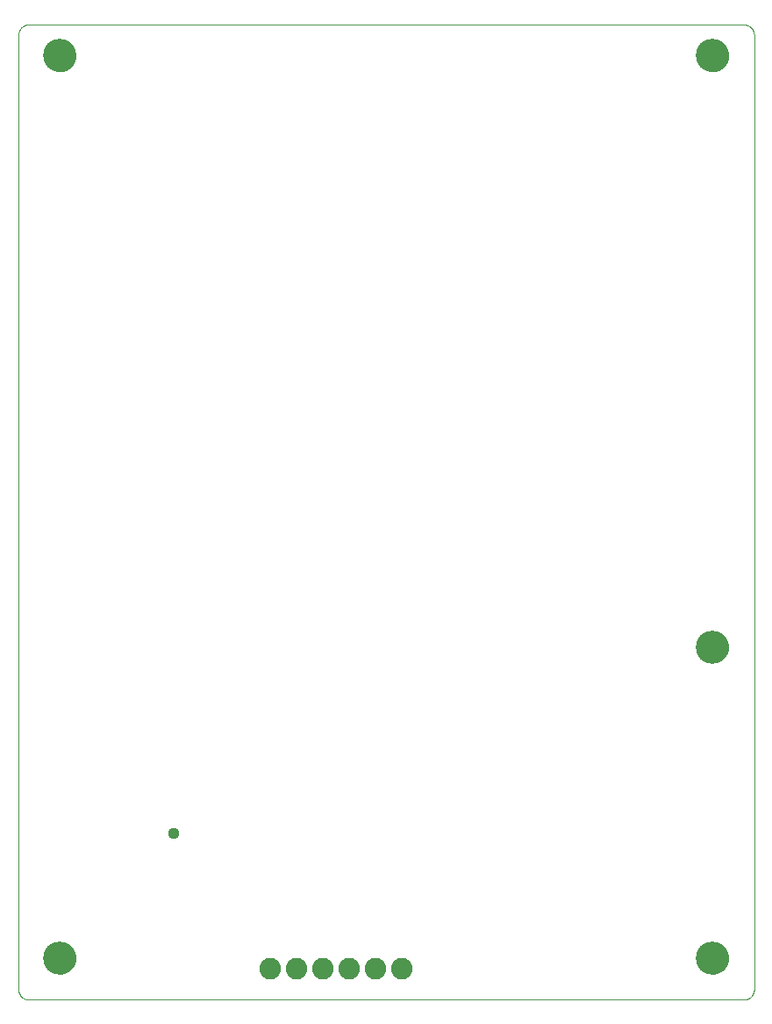
<source format=gts>
G75*
%MOIN*%
%OFA0B0*%
%FSLAX25Y25*%
%IPPOS*%
%LPD*%
%AMOC8*
5,1,8,0,0,1.08239X$1,22.5*
%
%ADD10C,0.00000*%
%ADD11C,0.08200*%
%ADD12C,0.12611*%
%ADD13C,0.04369*%
D10*
X0005437Y0002252D02*
X0277091Y0002252D01*
X0277215Y0002254D01*
X0277338Y0002260D01*
X0277462Y0002269D01*
X0277584Y0002283D01*
X0277707Y0002300D01*
X0277829Y0002322D01*
X0277950Y0002347D01*
X0278070Y0002376D01*
X0278189Y0002408D01*
X0278308Y0002445D01*
X0278425Y0002485D01*
X0278540Y0002528D01*
X0278655Y0002576D01*
X0278767Y0002627D01*
X0278878Y0002681D01*
X0278988Y0002739D01*
X0279095Y0002800D01*
X0279201Y0002865D01*
X0279304Y0002933D01*
X0279405Y0003004D01*
X0279504Y0003078D01*
X0279601Y0003155D01*
X0279695Y0003236D01*
X0279786Y0003319D01*
X0279875Y0003405D01*
X0279961Y0003494D01*
X0280044Y0003585D01*
X0280125Y0003679D01*
X0280202Y0003776D01*
X0280276Y0003875D01*
X0280347Y0003976D01*
X0280415Y0004079D01*
X0280480Y0004185D01*
X0280541Y0004292D01*
X0280599Y0004402D01*
X0280653Y0004513D01*
X0280704Y0004625D01*
X0280752Y0004740D01*
X0280795Y0004855D01*
X0280835Y0004972D01*
X0280872Y0005091D01*
X0280904Y0005210D01*
X0280933Y0005330D01*
X0280958Y0005451D01*
X0280980Y0005573D01*
X0280997Y0005696D01*
X0281011Y0005818D01*
X0281020Y0005942D01*
X0281026Y0006065D01*
X0281028Y0006189D01*
X0281028Y0368394D01*
X0281026Y0368518D01*
X0281020Y0368641D01*
X0281011Y0368765D01*
X0280997Y0368887D01*
X0280980Y0369010D01*
X0280958Y0369132D01*
X0280933Y0369253D01*
X0280904Y0369373D01*
X0280872Y0369492D01*
X0280835Y0369611D01*
X0280795Y0369728D01*
X0280752Y0369843D01*
X0280704Y0369958D01*
X0280653Y0370070D01*
X0280599Y0370181D01*
X0280541Y0370291D01*
X0280480Y0370398D01*
X0280415Y0370504D01*
X0280347Y0370607D01*
X0280276Y0370708D01*
X0280202Y0370807D01*
X0280125Y0370904D01*
X0280044Y0370998D01*
X0279961Y0371089D01*
X0279875Y0371178D01*
X0279786Y0371264D01*
X0279695Y0371347D01*
X0279601Y0371428D01*
X0279504Y0371505D01*
X0279405Y0371579D01*
X0279304Y0371650D01*
X0279201Y0371718D01*
X0279095Y0371783D01*
X0278988Y0371844D01*
X0278878Y0371902D01*
X0278767Y0371956D01*
X0278655Y0372007D01*
X0278540Y0372055D01*
X0278425Y0372098D01*
X0278308Y0372138D01*
X0278189Y0372175D01*
X0278070Y0372207D01*
X0277950Y0372236D01*
X0277829Y0372261D01*
X0277707Y0372283D01*
X0277584Y0372300D01*
X0277462Y0372314D01*
X0277338Y0372323D01*
X0277215Y0372329D01*
X0277091Y0372331D01*
X0005437Y0372331D01*
X0005313Y0372329D01*
X0005190Y0372323D01*
X0005066Y0372314D01*
X0004944Y0372300D01*
X0004821Y0372283D01*
X0004699Y0372261D01*
X0004578Y0372236D01*
X0004458Y0372207D01*
X0004339Y0372175D01*
X0004220Y0372138D01*
X0004103Y0372098D01*
X0003988Y0372055D01*
X0003873Y0372007D01*
X0003761Y0371956D01*
X0003650Y0371902D01*
X0003540Y0371844D01*
X0003433Y0371783D01*
X0003327Y0371718D01*
X0003224Y0371650D01*
X0003123Y0371579D01*
X0003024Y0371505D01*
X0002927Y0371428D01*
X0002833Y0371347D01*
X0002742Y0371264D01*
X0002653Y0371178D01*
X0002567Y0371089D01*
X0002484Y0370998D01*
X0002403Y0370904D01*
X0002326Y0370807D01*
X0002252Y0370708D01*
X0002181Y0370607D01*
X0002113Y0370504D01*
X0002048Y0370398D01*
X0001987Y0370291D01*
X0001929Y0370181D01*
X0001875Y0370070D01*
X0001824Y0369958D01*
X0001776Y0369843D01*
X0001733Y0369728D01*
X0001693Y0369611D01*
X0001656Y0369492D01*
X0001624Y0369373D01*
X0001595Y0369253D01*
X0001570Y0369132D01*
X0001548Y0369010D01*
X0001531Y0368887D01*
X0001517Y0368765D01*
X0001508Y0368641D01*
X0001502Y0368518D01*
X0001500Y0368394D01*
X0001500Y0006189D01*
X0001502Y0006065D01*
X0001508Y0005942D01*
X0001517Y0005818D01*
X0001531Y0005696D01*
X0001548Y0005573D01*
X0001570Y0005451D01*
X0001595Y0005330D01*
X0001624Y0005210D01*
X0001656Y0005091D01*
X0001693Y0004972D01*
X0001733Y0004855D01*
X0001776Y0004740D01*
X0001824Y0004625D01*
X0001875Y0004513D01*
X0001929Y0004402D01*
X0001987Y0004292D01*
X0002048Y0004185D01*
X0002113Y0004079D01*
X0002181Y0003976D01*
X0002252Y0003875D01*
X0002326Y0003776D01*
X0002403Y0003679D01*
X0002484Y0003585D01*
X0002567Y0003494D01*
X0002653Y0003405D01*
X0002742Y0003319D01*
X0002833Y0003236D01*
X0002927Y0003155D01*
X0003024Y0003078D01*
X0003123Y0003004D01*
X0003224Y0002933D01*
X0003327Y0002865D01*
X0003433Y0002800D01*
X0003540Y0002739D01*
X0003650Y0002681D01*
X0003761Y0002627D01*
X0003873Y0002576D01*
X0003988Y0002528D01*
X0004103Y0002485D01*
X0004220Y0002445D01*
X0004339Y0002408D01*
X0004458Y0002376D01*
X0004578Y0002347D01*
X0004699Y0002322D01*
X0004821Y0002300D01*
X0004944Y0002283D01*
X0005066Y0002269D01*
X0005190Y0002260D01*
X0005313Y0002254D01*
X0005437Y0002252D01*
X0011342Y0018000D02*
X0011344Y0018153D01*
X0011350Y0018307D01*
X0011360Y0018460D01*
X0011374Y0018612D01*
X0011392Y0018765D01*
X0011414Y0018916D01*
X0011439Y0019067D01*
X0011469Y0019218D01*
X0011503Y0019368D01*
X0011540Y0019516D01*
X0011581Y0019664D01*
X0011626Y0019810D01*
X0011675Y0019956D01*
X0011728Y0020100D01*
X0011784Y0020242D01*
X0011844Y0020383D01*
X0011908Y0020523D01*
X0011975Y0020661D01*
X0012046Y0020797D01*
X0012121Y0020931D01*
X0012198Y0021063D01*
X0012280Y0021193D01*
X0012364Y0021321D01*
X0012452Y0021447D01*
X0012543Y0021570D01*
X0012637Y0021691D01*
X0012735Y0021809D01*
X0012835Y0021925D01*
X0012939Y0022038D01*
X0013045Y0022149D01*
X0013154Y0022257D01*
X0013266Y0022362D01*
X0013380Y0022463D01*
X0013498Y0022562D01*
X0013617Y0022658D01*
X0013739Y0022751D01*
X0013864Y0022840D01*
X0013991Y0022927D01*
X0014120Y0023009D01*
X0014251Y0023089D01*
X0014384Y0023165D01*
X0014519Y0023238D01*
X0014656Y0023307D01*
X0014795Y0023372D01*
X0014935Y0023434D01*
X0015077Y0023492D01*
X0015220Y0023547D01*
X0015365Y0023598D01*
X0015511Y0023645D01*
X0015658Y0023688D01*
X0015806Y0023727D01*
X0015955Y0023763D01*
X0016105Y0023794D01*
X0016256Y0023822D01*
X0016407Y0023846D01*
X0016560Y0023866D01*
X0016712Y0023882D01*
X0016865Y0023894D01*
X0017018Y0023902D01*
X0017171Y0023906D01*
X0017325Y0023906D01*
X0017478Y0023902D01*
X0017631Y0023894D01*
X0017784Y0023882D01*
X0017936Y0023866D01*
X0018089Y0023846D01*
X0018240Y0023822D01*
X0018391Y0023794D01*
X0018541Y0023763D01*
X0018690Y0023727D01*
X0018838Y0023688D01*
X0018985Y0023645D01*
X0019131Y0023598D01*
X0019276Y0023547D01*
X0019419Y0023492D01*
X0019561Y0023434D01*
X0019701Y0023372D01*
X0019840Y0023307D01*
X0019977Y0023238D01*
X0020112Y0023165D01*
X0020245Y0023089D01*
X0020376Y0023009D01*
X0020505Y0022927D01*
X0020632Y0022840D01*
X0020757Y0022751D01*
X0020879Y0022658D01*
X0020998Y0022562D01*
X0021116Y0022463D01*
X0021230Y0022362D01*
X0021342Y0022257D01*
X0021451Y0022149D01*
X0021557Y0022038D01*
X0021661Y0021925D01*
X0021761Y0021809D01*
X0021859Y0021691D01*
X0021953Y0021570D01*
X0022044Y0021447D01*
X0022132Y0021321D01*
X0022216Y0021193D01*
X0022298Y0021063D01*
X0022375Y0020931D01*
X0022450Y0020797D01*
X0022521Y0020661D01*
X0022588Y0020523D01*
X0022652Y0020383D01*
X0022712Y0020242D01*
X0022768Y0020100D01*
X0022821Y0019956D01*
X0022870Y0019810D01*
X0022915Y0019664D01*
X0022956Y0019516D01*
X0022993Y0019368D01*
X0023027Y0019218D01*
X0023057Y0019067D01*
X0023082Y0018916D01*
X0023104Y0018765D01*
X0023122Y0018612D01*
X0023136Y0018460D01*
X0023146Y0018307D01*
X0023152Y0018153D01*
X0023154Y0018000D01*
X0023152Y0017847D01*
X0023146Y0017693D01*
X0023136Y0017540D01*
X0023122Y0017388D01*
X0023104Y0017235D01*
X0023082Y0017084D01*
X0023057Y0016933D01*
X0023027Y0016782D01*
X0022993Y0016632D01*
X0022956Y0016484D01*
X0022915Y0016336D01*
X0022870Y0016190D01*
X0022821Y0016044D01*
X0022768Y0015900D01*
X0022712Y0015758D01*
X0022652Y0015617D01*
X0022588Y0015477D01*
X0022521Y0015339D01*
X0022450Y0015203D01*
X0022375Y0015069D01*
X0022298Y0014937D01*
X0022216Y0014807D01*
X0022132Y0014679D01*
X0022044Y0014553D01*
X0021953Y0014430D01*
X0021859Y0014309D01*
X0021761Y0014191D01*
X0021661Y0014075D01*
X0021557Y0013962D01*
X0021451Y0013851D01*
X0021342Y0013743D01*
X0021230Y0013638D01*
X0021116Y0013537D01*
X0020998Y0013438D01*
X0020879Y0013342D01*
X0020757Y0013249D01*
X0020632Y0013160D01*
X0020505Y0013073D01*
X0020376Y0012991D01*
X0020245Y0012911D01*
X0020112Y0012835D01*
X0019977Y0012762D01*
X0019840Y0012693D01*
X0019701Y0012628D01*
X0019561Y0012566D01*
X0019419Y0012508D01*
X0019276Y0012453D01*
X0019131Y0012402D01*
X0018985Y0012355D01*
X0018838Y0012312D01*
X0018690Y0012273D01*
X0018541Y0012237D01*
X0018391Y0012206D01*
X0018240Y0012178D01*
X0018089Y0012154D01*
X0017936Y0012134D01*
X0017784Y0012118D01*
X0017631Y0012106D01*
X0017478Y0012098D01*
X0017325Y0012094D01*
X0017171Y0012094D01*
X0017018Y0012098D01*
X0016865Y0012106D01*
X0016712Y0012118D01*
X0016560Y0012134D01*
X0016407Y0012154D01*
X0016256Y0012178D01*
X0016105Y0012206D01*
X0015955Y0012237D01*
X0015806Y0012273D01*
X0015658Y0012312D01*
X0015511Y0012355D01*
X0015365Y0012402D01*
X0015220Y0012453D01*
X0015077Y0012508D01*
X0014935Y0012566D01*
X0014795Y0012628D01*
X0014656Y0012693D01*
X0014519Y0012762D01*
X0014384Y0012835D01*
X0014251Y0012911D01*
X0014120Y0012991D01*
X0013991Y0013073D01*
X0013864Y0013160D01*
X0013739Y0013249D01*
X0013617Y0013342D01*
X0013498Y0013438D01*
X0013380Y0013537D01*
X0013266Y0013638D01*
X0013154Y0013743D01*
X0013045Y0013851D01*
X0012939Y0013962D01*
X0012835Y0014075D01*
X0012735Y0014191D01*
X0012637Y0014309D01*
X0012543Y0014430D01*
X0012452Y0014553D01*
X0012364Y0014679D01*
X0012280Y0014807D01*
X0012198Y0014937D01*
X0012121Y0015069D01*
X0012046Y0015203D01*
X0011975Y0015339D01*
X0011908Y0015477D01*
X0011844Y0015617D01*
X0011784Y0015758D01*
X0011728Y0015900D01*
X0011675Y0016044D01*
X0011626Y0016190D01*
X0011581Y0016336D01*
X0011540Y0016484D01*
X0011503Y0016632D01*
X0011469Y0016782D01*
X0011439Y0016933D01*
X0011414Y0017084D01*
X0011392Y0017235D01*
X0011374Y0017388D01*
X0011360Y0017540D01*
X0011350Y0017693D01*
X0011344Y0017847D01*
X0011342Y0018000D01*
X0259374Y0018000D02*
X0259376Y0018153D01*
X0259382Y0018307D01*
X0259392Y0018460D01*
X0259406Y0018612D01*
X0259424Y0018765D01*
X0259446Y0018916D01*
X0259471Y0019067D01*
X0259501Y0019218D01*
X0259535Y0019368D01*
X0259572Y0019516D01*
X0259613Y0019664D01*
X0259658Y0019810D01*
X0259707Y0019956D01*
X0259760Y0020100D01*
X0259816Y0020242D01*
X0259876Y0020383D01*
X0259940Y0020523D01*
X0260007Y0020661D01*
X0260078Y0020797D01*
X0260153Y0020931D01*
X0260230Y0021063D01*
X0260312Y0021193D01*
X0260396Y0021321D01*
X0260484Y0021447D01*
X0260575Y0021570D01*
X0260669Y0021691D01*
X0260767Y0021809D01*
X0260867Y0021925D01*
X0260971Y0022038D01*
X0261077Y0022149D01*
X0261186Y0022257D01*
X0261298Y0022362D01*
X0261412Y0022463D01*
X0261530Y0022562D01*
X0261649Y0022658D01*
X0261771Y0022751D01*
X0261896Y0022840D01*
X0262023Y0022927D01*
X0262152Y0023009D01*
X0262283Y0023089D01*
X0262416Y0023165D01*
X0262551Y0023238D01*
X0262688Y0023307D01*
X0262827Y0023372D01*
X0262967Y0023434D01*
X0263109Y0023492D01*
X0263252Y0023547D01*
X0263397Y0023598D01*
X0263543Y0023645D01*
X0263690Y0023688D01*
X0263838Y0023727D01*
X0263987Y0023763D01*
X0264137Y0023794D01*
X0264288Y0023822D01*
X0264439Y0023846D01*
X0264592Y0023866D01*
X0264744Y0023882D01*
X0264897Y0023894D01*
X0265050Y0023902D01*
X0265203Y0023906D01*
X0265357Y0023906D01*
X0265510Y0023902D01*
X0265663Y0023894D01*
X0265816Y0023882D01*
X0265968Y0023866D01*
X0266121Y0023846D01*
X0266272Y0023822D01*
X0266423Y0023794D01*
X0266573Y0023763D01*
X0266722Y0023727D01*
X0266870Y0023688D01*
X0267017Y0023645D01*
X0267163Y0023598D01*
X0267308Y0023547D01*
X0267451Y0023492D01*
X0267593Y0023434D01*
X0267733Y0023372D01*
X0267872Y0023307D01*
X0268009Y0023238D01*
X0268144Y0023165D01*
X0268277Y0023089D01*
X0268408Y0023009D01*
X0268537Y0022927D01*
X0268664Y0022840D01*
X0268789Y0022751D01*
X0268911Y0022658D01*
X0269030Y0022562D01*
X0269148Y0022463D01*
X0269262Y0022362D01*
X0269374Y0022257D01*
X0269483Y0022149D01*
X0269589Y0022038D01*
X0269693Y0021925D01*
X0269793Y0021809D01*
X0269891Y0021691D01*
X0269985Y0021570D01*
X0270076Y0021447D01*
X0270164Y0021321D01*
X0270248Y0021193D01*
X0270330Y0021063D01*
X0270407Y0020931D01*
X0270482Y0020797D01*
X0270553Y0020661D01*
X0270620Y0020523D01*
X0270684Y0020383D01*
X0270744Y0020242D01*
X0270800Y0020100D01*
X0270853Y0019956D01*
X0270902Y0019810D01*
X0270947Y0019664D01*
X0270988Y0019516D01*
X0271025Y0019368D01*
X0271059Y0019218D01*
X0271089Y0019067D01*
X0271114Y0018916D01*
X0271136Y0018765D01*
X0271154Y0018612D01*
X0271168Y0018460D01*
X0271178Y0018307D01*
X0271184Y0018153D01*
X0271186Y0018000D01*
X0271184Y0017847D01*
X0271178Y0017693D01*
X0271168Y0017540D01*
X0271154Y0017388D01*
X0271136Y0017235D01*
X0271114Y0017084D01*
X0271089Y0016933D01*
X0271059Y0016782D01*
X0271025Y0016632D01*
X0270988Y0016484D01*
X0270947Y0016336D01*
X0270902Y0016190D01*
X0270853Y0016044D01*
X0270800Y0015900D01*
X0270744Y0015758D01*
X0270684Y0015617D01*
X0270620Y0015477D01*
X0270553Y0015339D01*
X0270482Y0015203D01*
X0270407Y0015069D01*
X0270330Y0014937D01*
X0270248Y0014807D01*
X0270164Y0014679D01*
X0270076Y0014553D01*
X0269985Y0014430D01*
X0269891Y0014309D01*
X0269793Y0014191D01*
X0269693Y0014075D01*
X0269589Y0013962D01*
X0269483Y0013851D01*
X0269374Y0013743D01*
X0269262Y0013638D01*
X0269148Y0013537D01*
X0269030Y0013438D01*
X0268911Y0013342D01*
X0268789Y0013249D01*
X0268664Y0013160D01*
X0268537Y0013073D01*
X0268408Y0012991D01*
X0268277Y0012911D01*
X0268144Y0012835D01*
X0268009Y0012762D01*
X0267872Y0012693D01*
X0267733Y0012628D01*
X0267593Y0012566D01*
X0267451Y0012508D01*
X0267308Y0012453D01*
X0267163Y0012402D01*
X0267017Y0012355D01*
X0266870Y0012312D01*
X0266722Y0012273D01*
X0266573Y0012237D01*
X0266423Y0012206D01*
X0266272Y0012178D01*
X0266121Y0012154D01*
X0265968Y0012134D01*
X0265816Y0012118D01*
X0265663Y0012106D01*
X0265510Y0012098D01*
X0265357Y0012094D01*
X0265203Y0012094D01*
X0265050Y0012098D01*
X0264897Y0012106D01*
X0264744Y0012118D01*
X0264592Y0012134D01*
X0264439Y0012154D01*
X0264288Y0012178D01*
X0264137Y0012206D01*
X0263987Y0012237D01*
X0263838Y0012273D01*
X0263690Y0012312D01*
X0263543Y0012355D01*
X0263397Y0012402D01*
X0263252Y0012453D01*
X0263109Y0012508D01*
X0262967Y0012566D01*
X0262827Y0012628D01*
X0262688Y0012693D01*
X0262551Y0012762D01*
X0262416Y0012835D01*
X0262283Y0012911D01*
X0262152Y0012991D01*
X0262023Y0013073D01*
X0261896Y0013160D01*
X0261771Y0013249D01*
X0261649Y0013342D01*
X0261530Y0013438D01*
X0261412Y0013537D01*
X0261298Y0013638D01*
X0261186Y0013743D01*
X0261077Y0013851D01*
X0260971Y0013962D01*
X0260867Y0014075D01*
X0260767Y0014191D01*
X0260669Y0014309D01*
X0260575Y0014430D01*
X0260484Y0014553D01*
X0260396Y0014679D01*
X0260312Y0014807D01*
X0260230Y0014937D01*
X0260153Y0015069D01*
X0260078Y0015203D01*
X0260007Y0015339D01*
X0259940Y0015477D01*
X0259876Y0015617D01*
X0259816Y0015758D01*
X0259760Y0015900D01*
X0259707Y0016044D01*
X0259658Y0016190D01*
X0259613Y0016336D01*
X0259572Y0016484D01*
X0259535Y0016632D01*
X0259501Y0016782D01*
X0259471Y0016933D01*
X0259446Y0017084D01*
X0259424Y0017235D01*
X0259406Y0017388D01*
X0259392Y0017540D01*
X0259382Y0017693D01*
X0259376Y0017847D01*
X0259374Y0018000D01*
X0259374Y0136110D02*
X0259376Y0136263D01*
X0259382Y0136417D01*
X0259392Y0136570D01*
X0259406Y0136722D01*
X0259424Y0136875D01*
X0259446Y0137026D01*
X0259471Y0137177D01*
X0259501Y0137328D01*
X0259535Y0137478D01*
X0259572Y0137626D01*
X0259613Y0137774D01*
X0259658Y0137920D01*
X0259707Y0138066D01*
X0259760Y0138210D01*
X0259816Y0138352D01*
X0259876Y0138493D01*
X0259940Y0138633D01*
X0260007Y0138771D01*
X0260078Y0138907D01*
X0260153Y0139041D01*
X0260230Y0139173D01*
X0260312Y0139303D01*
X0260396Y0139431D01*
X0260484Y0139557D01*
X0260575Y0139680D01*
X0260669Y0139801D01*
X0260767Y0139919D01*
X0260867Y0140035D01*
X0260971Y0140148D01*
X0261077Y0140259D01*
X0261186Y0140367D01*
X0261298Y0140472D01*
X0261412Y0140573D01*
X0261530Y0140672D01*
X0261649Y0140768D01*
X0261771Y0140861D01*
X0261896Y0140950D01*
X0262023Y0141037D01*
X0262152Y0141119D01*
X0262283Y0141199D01*
X0262416Y0141275D01*
X0262551Y0141348D01*
X0262688Y0141417D01*
X0262827Y0141482D01*
X0262967Y0141544D01*
X0263109Y0141602D01*
X0263252Y0141657D01*
X0263397Y0141708D01*
X0263543Y0141755D01*
X0263690Y0141798D01*
X0263838Y0141837D01*
X0263987Y0141873D01*
X0264137Y0141904D01*
X0264288Y0141932D01*
X0264439Y0141956D01*
X0264592Y0141976D01*
X0264744Y0141992D01*
X0264897Y0142004D01*
X0265050Y0142012D01*
X0265203Y0142016D01*
X0265357Y0142016D01*
X0265510Y0142012D01*
X0265663Y0142004D01*
X0265816Y0141992D01*
X0265968Y0141976D01*
X0266121Y0141956D01*
X0266272Y0141932D01*
X0266423Y0141904D01*
X0266573Y0141873D01*
X0266722Y0141837D01*
X0266870Y0141798D01*
X0267017Y0141755D01*
X0267163Y0141708D01*
X0267308Y0141657D01*
X0267451Y0141602D01*
X0267593Y0141544D01*
X0267733Y0141482D01*
X0267872Y0141417D01*
X0268009Y0141348D01*
X0268144Y0141275D01*
X0268277Y0141199D01*
X0268408Y0141119D01*
X0268537Y0141037D01*
X0268664Y0140950D01*
X0268789Y0140861D01*
X0268911Y0140768D01*
X0269030Y0140672D01*
X0269148Y0140573D01*
X0269262Y0140472D01*
X0269374Y0140367D01*
X0269483Y0140259D01*
X0269589Y0140148D01*
X0269693Y0140035D01*
X0269793Y0139919D01*
X0269891Y0139801D01*
X0269985Y0139680D01*
X0270076Y0139557D01*
X0270164Y0139431D01*
X0270248Y0139303D01*
X0270330Y0139173D01*
X0270407Y0139041D01*
X0270482Y0138907D01*
X0270553Y0138771D01*
X0270620Y0138633D01*
X0270684Y0138493D01*
X0270744Y0138352D01*
X0270800Y0138210D01*
X0270853Y0138066D01*
X0270902Y0137920D01*
X0270947Y0137774D01*
X0270988Y0137626D01*
X0271025Y0137478D01*
X0271059Y0137328D01*
X0271089Y0137177D01*
X0271114Y0137026D01*
X0271136Y0136875D01*
X0271154Y0136722D01*
X0271168Y0136570D01*
X0271178Y0136417D01*
X0271184Y0136263D01*
X0271186Y0136110D01*
X0271184Y0135957D01*
X0271178Y0135803D01*
X0271168Y0135650D01*
X0271154Y0135498D01*
X0271136Y0135345D01*
X0271114Y0135194D01*
X0271089Y0135043D01*
X0271059Y0134892D01*
X0271025Y0134742D01*
X0270988Y0134594D01*
X0270947Y0134446D01*
X0270902Y0134300D01*
X0270853Y0134154D01*
X0270800Y0134010D01*
X0270744Y0133868D01*
X0270684Y0133727D01*
X0270620Y0133587D01*
X0270553Y0133449D01*
X0270482Y0133313D01*
X0270407Y0133179D01*
X0270330Y0133047D01*
X0270248Y0132917D01*
X0270164Y0132789D01*
X0270076Y0132663D01*
X0269985Y0132540D01*
X0269891Y0132419D01*
X0269793Y0132301D01*
X0269693Y0132185D01*
X0269589Y0132072D01*
X0269483Y0131961D01*
X0269374Y0131853D01*
X0269262Y0131748D01*
X0269148Y0131647D01*
X0269030Y0131548D01*
X0268911Y0131452D01*
X0268789Y0131359D01*
X0268664Y0131270D01*
X0268537Y0131183D01*
X0268408Y0131101D01*
X0268277Y0131021D01*
X0268144Y0130945D01*
X0268009Y0130872D01*
X0267872Y0130803D01*
X0267733Y0130738D01*
X0267593Y0130676D01*
X0267451Y0130618D01*
X0267308Y0130563D01*
X0267163Y0130512D01*
X0267017Y0130465D01*
X0266870Y0130422D01*
X0266722Y0130383D01*
X0266573Y0130347D01*
X0266423Y0130316D01*
X0266272Y0130288D01*
X0266121Y0130264D01*
X0265968Y0130244D01*
X0265816Y0130228D01*
X0265663Y0130216D01*
X0265510Y0130208D01*
X0265357Y0130204D01*
X0265203Y0130204D01*
X0265050Y0130208D01*
X0264897Y0130216D01*
X0264744Y0130228D01*
X0264592Y0130244D01*
X0264439Y0130264D01*
X0264288Y0130288D01*
X0264137Y0130316D01*
X0263987Y0130347D01*
X0263838Y0130383D01*
X0263690Y0130422D01*
X0263543Y0130465D01*
X0263397Y0130512D01*
X0263252Y0130563D01*
X0263109Y0130618D01*
X0262967Y0130676D01*
X0262827Y0130738D01*
X0262688Y0130803D01*
X0262551Y0130872D01*
X0262416Y0130945D01*
X0262283Y0131021D01*
X0262152Y0131101D01*
X0262023Y0131183D01*
X0261896Y0131270D01*
X0261771Y0131359D01*
X0261649Y0131452D01*
X0261530Y0131548D01*
X0261412Y0131647D01*
X0261298Y0131748D01*
X0261186Y0131853D01*
X0261077Y0131961D01*
X0260971Y0132072D01*
X0260867Y0132185D01*
X0260767Y0132301D01*
X0260669Y0132419D01*
X0260575Y0132540D01*
X0260484Y0132663D01*
X0260396Y0132789D01*
X0260312Y0132917D01*
X0260230Y0133047D01*
X0260153Y0133179D01*
X0260078Y0133313D01*
X0260007Y0133449D01*
X0259940Y0133587D01*
X0259876Y0133727D01*
X0259816Y0133868D01*
X0259760Y0134010D01*
X0259707Y0134154D01*
X0259658Y0134300D01*
X0259613Y0134446D01*
X0259572Y0134594D01*
X0259535Y0134742D01*
X0259501Y0134892D01*
X0259471Y0135043D01*
X0259446Y0135194D01*
X0259424Y0135345D01*
X0259406Y0135498D01*
X0259392Y0135650D01*
X0259382Y0135803D01*
X0259376Y0135957D01*
X0259374Y0136110D01*
X0259374Y0360520D02*
X0259376Y0360673D01*
X0259382Y0360827D01*
X0259392Y0360980D01*
X0259406Y0361132D01*
X0259424Y0361285D01*
X0259446Y0361436D01*
X0259471Y0361587D01*
X0259501Y0361738D01*
X0259535Y0361888D01*
X0259572Y0362036D01*
X0259613Y0362184D01*
X0259658Y0362330D01*
X0259707Y0362476D01*
X0259760Y0362620D01*
X0259816Y0362762D01*
X0259876Y0362903D01*
X0259940Y0363043D01*
X0260007Y0363181D01*
X0260078Y0363317D01*
X0260153Y0363451D01*
X0260230Y0363583D01*
X0260312Y0363713D01*
X0260396Y0363841D01*
X0260484Y0363967D01*
X0260575Y0364090D01*
X0260669Y0364211D01*
X0260767Y0364329D01*
X0260867Y0364445D01*
X0260971Y0364558D01*
X0261077Y0364669D01*
X0261186Y0364777D01*
X0261298Y0364882D01*
X0261412Y0364983D01*
X0261530Y0365082D01*
X0261649Y0365178D01*
X0261771Y0365271D01*
X0261896Y0365360D01*
X0262023Y0365447D01*
X0262152Y0365529D01*
X0262283Y0365609D01*
X0262416Y0365685D01*
X0262551Y0365758D01*
X0262688Y0365827D01*
X0262827Y0365892D01*
X0262967Y0365954D01*
X0263109Y0366012D01*
X0263252Y0366067D01*
X0263397Y0366118D01*
X0263543Y0366165D01*
X0263690Y0366208D01*
X0263838Y0366247D01*
X0263987Y0366283D01*
X0264137Y0366314D01*
X0264288Y0366342D01*
X0264439Y0366366D01*
X0264592Y0366386D01*
X0264744Y0366402D01*
X0264897Y0366414D01*
X0265050Y0366422D01*
X0265203Y0366426D01*
X0265357Y0366426D01*
X0265510Y0366422D01*
X0265663Y0366414D01*
X0265816Y0366402D01*
X0265968Y0366386D01*
X0266121Y0366366D01*
X0266272Y0366342D01*
X0266423Y0366314D01*
X0266573Y0366283D01*
X0266722Y0366247D01*
X0266870Y0366208D01*
X0267017Y0366165D01*
X0267163Y0366118D01*
X0267308Y0366067D01*
X0267451Y0366012D01*
X0267593Y0365954D01*
X0267733Y0365892D01*
X0267872Y0365827D01*
X0268009Y0365758D01*
X0268144Y0365685D01*
X0268277Y0365609D01*
X0268408Y0365529D01*
X0268537Y0365447D01*
X0268664Y0365360D01*
X0268789Y0365271D01*
X0268911Y0365178D01*
X0269030Y0365082D01*
X0269148Y0364983D01*
X0269262Y0364882D01*
X0269374Y0364777D01*
X0269483Y0364669D01*
X0269589Y0364558D01*
X0269693Y0364445D01*
X0269793Y0364329D01*
X0269891Y0364211D01*
X0269985Y0364090D01*
X0270076Y0363967D01*
X0270164Y0363841D01*
X0270248Y0363713D01*
X0270330Y0363583D01*
X0270407Y0363451D01*
X0270482Y0363317D01*
X0270553Y0363181D01*
X0270620Y0363043D01*
X0270684Y0362903D01*
X0270744Y0362762D01*
X0270800Y0362620D01*
X0270853Y0362476D01*
X0270902Y0362330D01*
X0270947Y0362184D01*
X0270988Y0362036D01*
X0271025Y0361888D01*
X0271059Y0361738D01*
X0271089Y0361587D01*
X0271114Y0361436D01*
X0271136Y0361285D01*
X0271154Y0361132D01*
X0271168Y0360980D01*
X0271178Y0360827D01*
X0271184Y0360673D01*
X0271186Y0360520D01*
X0271184Y0360367D01*
X0271178Y0360213D01*
X0271168Y0360060D01*
X0271154Y0359908D01*
X0271136Y0359755D01*
X0271114Y0359604D01*
X0271089Y0359453D01*
X0271059Y0359302D01*
X0271025Y0359152D01*
X0270988Y0359004D01*
X0270947Y0358856D01*
X0270902Y0358710D01*
X0270853Y0358564D01*
X0270800Y0358420D01*
X0270744Y0358278D01*
X0270684Y0358137D01*
X0270620Y0357997D01*
X0270553Y0357859D01*
X0270482Y0357723D01*
X0270407Y0357589D01*
X0270330Y0357457D01*
X0270248Y0357327D01*
X0270164Y0357199D01*
X0270076Y0357073D01*
X0269985Y0356950D01*
X0269891Y0356829D01*
X0269793Y0356711D01*
X0269693Y0356595D01*
X0269589Y0356482D01*
X0269483Y0356371D01*
X0269374Y0356263D01*
X0269262Y0356158D01*
X0269148Y0356057D01*
X0269030Y0355958D01*
X0268911Y0355862D01*
X0268789Y0355769D01*
X0268664Y0355680D01*
X0268537Y0355593D01*
X0268408Y0355511D01*
X0268277Y0355431D01*
X0268144Y0355355D01*
X0268009Y0355282D01*
X0267872Y0355213D01*
X0267733Y0355148D01*
X0267593Y0355086D01*
X0267451Y0355028D01*
X0267308Y0354973D01*
X0267163Y0354922D01*
X0267017Y0354875D01*
X0266870Y0354832D01*
X0266722Y0354793D01*
X0266573Y0354757D01*
X0266423Y0354726D01*
X0266272Y0354698D01*
X0266121Y0354674D01*
X0265968Y0354654D01*
X0265816Y0354638D01*
X0265663Y0354626D01*
X0265510Y0354618D01*
X0265357Y0354614D01*
X0265203Y0354614D01*
X0265050Y0354618D01*
X0264897Y0354626D01*
X0264744Y0354638D01*
X0264592Y0354654D01*
X0264439Y0354674D01*
X0264288Y0354698D01*
X0264137Y0354726D01*
X0263987Y0354757D01*
X0263838Y0354793D01*
X0263690Y0354832D01*
X0263543Y0354875D01*
X0263397Y0354922D01*
X0263252Y0354973D01*
X0263109Y0355028D01*
X0262967Y0355086D01*
X0262827Y0355148D01*
X0262688Y0355213D01*
X0262551Y0355282D01*
X0262416Y0355355D01*
X0262283Y0355431D01*
X0262152Y0355511D01*
X0262023Y0355593D01*
X0261896Y0355680D01*
X0261771Y0355769D01*
X0261649Y0355862D01*
X0261530Y0355958D01*
X0261412Y0356057D01*
X0261298Y0356158D01*
X0261186Y0356263D01*
X0261077Y0356371D01*
X0260971Y0356482D01*
X0260867Y0356595D01*
X0260767Y0356711D01*
X0260669Y0356829D01*
X0260575Y0356950D01*
X0260484Y0357073D01*
X0260396Y0357199D01*
X0260312Y0357327D01*
X0260230Y0357457D01*
X0260153Y0357589D01*
X0260078Y0357723D01*
X0260007Y0357859D01*
X0259940Y0357997D01*
X0259876Y0358137D01*
X0259816Y0358278D01*
X0259760Y0358420D01*
X0259707Y0358564D01*
X0259658Y0358710D01*
X0259613Y0358856D01*
X0259572Y0359004D01*
X0259535Y0359152D01*
X0259501Y0359302D01*
X0259471Y0359453D01*
X0259446Y0359604D01*
X0259424Y0359755D01*
X0259406Y0359908D01*
X0259392Y0360060D01*
X0259382Y0360213D01*
X0259376Y0360367D01*
X0259374Y0360520D01*
X0011342Y0360520D02*
X0011344Y0360673D01*
X0011350Y0360827D01*
X0011360Y0360980D01*
X0011374Y0361132D01*
X0011392Y0361285D01*
X0011414Y0361436D01*
X0011439Y0361587D01*
X0011469Y0361738D01*
X0011503Y0361888D01*
X0011540Y0362036D01*
X0011581Y0362184D01*
X0011626Y0362330D01*
X0011675Y0362476D01*
X0011728Y0362620D01*
X0011784Y0362762D01*
X0011844Y0362903D01*
X0011908Y0363043D01*
X0011975Y0363181D01*
X0012046Y0363317D01*
X0012121Y0363451D01*
X0012198Y0363583D01*
X0012280Y0363713D01*
X0012364Y0363841D01*
X0012452Y0363967D01*
X0012543Y0364090D01*
X0012637Y0364211D01*
X0012735Y0364329D01*
X0012835Y0364445D01*
X0012939Y0364558D01*
X0013045Y0364669D01*
X0013154Y0364777D01*
X0013266Y0364882D01*
X0013380Y0364983D01*
X0013498Y0365082D01*
X0013617Y0365178D01*
X0013739Y0365271D01*
X0013864Y0365360D01*
X0013991Y0365447D01*
X0014120Y0365529D01*
X0014251Y0365609D01*
X0014384Y0365685D01*
X0014519Y0365758D01*
X0014656Y0365827D01*
X0014795Y0365892D01*
X0014935Y0365954D01*
X0015077Y0366012D01*
X0015220Y0366067D01*
X0015365Y0366118D01*
X0015511Y0366165D01*
X0015658Y0366208D01*
X0015806Y0366247D01*
X0015955Y0366283D01*
X0016105Y0366314D01*
X0016256Y0366342D01*
X0016407Y0366366D01*
X0016560Y0366386D01*
X0016712Y0366402D01*
X0016865Y0366414D01*
X0017018Y0366422D01*
X0017171Y0366426D01*
X0017325Y0366426D01*
X0017478Y0366422D01*
X0017631Y0366414D01*
X0017784Y0366402D01*
X0017936Y0366386D01*
X0018089Y0366366D01*
X0018240Y0366342D01*
X0018391Y0366314D01*
X0018541Y0366283D01*
X0018690Y0366247D01*
X0018838Y0366208D01*
X0018985Y0366165D01*
X0019131Y0366118D01*
X0019276Y0366067D01*
X0019419Y0366012D01*
X0019561Y0365954D01*
X0019701Y0365892D01*
X0019840Y0365827D01*
X0019977Y0365758D01*
X0020112Y0365685D01*
X0020245Y0365609D01*
X0020376Y0365529D01*
X0020505Y0365447D01*
X0020632Y0365360D01*
X0020757Y0365271D01*
X0020879Y0365178D01*
X0020998Y0365082D01*
X0021116Y0364983D01*
X0021230Y0364882D01*
X0021342Y0364777D01*
X0021451Y0364669D01*
X0021557Y0364558D01*
X0021661Y0364445D01*
X0021761Y0364329D01*
X0021859Y0364211D01*
X0021953Y0364090D01*
X0022044Y0363967D01*
X0022132Y0363841D01*
X0022216Y0363713D01*
X0022298Y0363583D01*
X0022375Y0363451D01*
X0022450Y0363317D01*
X0022521Y0363181D01*
X0022588Y0363043D01*
X0022652Y0362903D01*
X0022712Y0362762D01*
X0022768Y0362620D01*
X0022821Y0362476D01*
X0022870Y0362330D01*
X0022915Y0362184D01*
X0022956Y0362036D01*
X0022993Y0361888D01*
X0023027Y0361738D01*
X0023057Y0361587D01*
X0023082Y0361436D01*
X0023104Y0361285D01*
X0023122Y0361132D01*
X0023136Y0360980D01*
X0023146Y0360827D01*
X0023152Y0360673D01*
X0023154Y0360520D01*
X0023152Y0360367D01*
X0023146Y0360213D01*
X0023136Y0360060D01*
X0023122Y0359908D01*
X0023104Y0359755D01*
X0023082Y0359604D01*
X0023057Y0359453D01*
X0023027Y0359302D01*
X0022993Y0359152D01*
X0022956Y0359004D01*
X0022915Y0358856D01*
X0022870Y0358710D01*
X0022821Y0358564D01*
X0022768Y0358420D01*
X0022712Y0358278D01*
X0022652Y0358137D01*
X0022588Y0357997D01*
X0022521Y0357859D01*
X0022450Y0357723D01*
X0022375Y0357589D01*
X0022298Y0357457D01*
X0022216Y0357327D01*
X0022132Y0357199D01*
X0022044Y0357073D01*
X0021953Y0356950D01*
X0021859Y0356829D01*
X0021761Y0356711D01*
X0021661Y0356595D01*
X0021557Y0356482D01*
X0021451Y0356371D01*
X0021342Y0356263D01*
X0021230Y0356158D01*
X0021116Y0356057D01*
X0020998Y0355958D01*
X0020879Y0355862D01*
X0020757Y0355769D01*
X0020632Y0355680D01*
X0020505Y0355593D01*
X0020376Y0355511D01*
X0020245Y0355431D01*
X0020112Y0355355D01*
X0019977Y0355282D01*
X0019840Y0355213D01*
X0019701Y0355148D01*
X0019561Y0355086D01*
X0019419Y0355028D01*
X0019276Y0354973D01*
X0019131Y0354922D01*
X0018985Y0354875D01*
X0018838Y0354832D01*
X0018690Y0354793D01*
X0018541Y0354757D01*
X0018391Y0354726D01*
X0018240Y0354698D01*
X0018089Y0354674D01*
X0017936Y0354654D01*
X0017784Y0354638D01*
X0017631Y0354626D01*
X0017478Y0354618D01*
X0017325Y0354614D01*
X0017171Y0354614D01*
X0017018Y0354618D01*
X0016865Y0354626D01*
X0016712Y0354638D01*
X0016560Y0354654D01*
X0016407Y0354674D01*
X0016256Y0354698D01*
X0016105Y0354726D01*
X0015955Y0354757D01*
X0015806Y0354793D01*
X0015658Y0354832D01*
X0015511Y0354875D01*
X0015365Y0354922D01*
X0015220Y0354973D01*
X0015077Y0355028D01*
X0014935Y0355086D01*
X0014795Y0355148D01*
X0014656Y0355213D01*
X0014519Y0355282D01*
X0014384Y0355355D01*
X0014251Y0355431D01*
X0014120Y0355511D01*
X0013991Y0355593D01*
X0013864Y0355680D01*
X0013739Y0355769D01*
X0013617Y0355862D01*
X0013498Y0355958D01*
X0013380Y0356057D01*
X0013266Y0356158D01*
X0013154Y0356263D01*
X0013045Y0356371D01*
X0012939Y0356482D01*
X0012835Y0356595D01*
X0012735Y0356711D01*
X0012637Y0356829D01*
X0012543Y0356950D01*
X0012452Y0357073D01*
X0012364Y0357199D01*
X0012280Y0357327D01*
X0012198Y0357457D01*
X0012121Y0357589D01*
X0012046Y0357723D01*
X0011975Y0357859D01*
X0011908Y0357997D01*
X0011844Y0358137D01*
X0011784Y0358278D01*
X0011728Y0358420D01*
X0011675Y0358564D01*
X0011626Y0358710D01*
X0011581Y0358856D01*
X0011540Y0359004D01*
X0011503Y0359152D01*
X0011469Y0359302D01*
X0011439Y0359453D01*
X0011414Y0359604D01*
X0011392Y0359755D01*
X0011374Y0359908D01*
X0011360Y0360060D01*
X0011350Y0360213D01*
X0011344Y0360367D01*
X0011342Y0360520D01*
D11*
X0097169Y0014063D03*
X0107169Y0014063D03*
X0117169Y0014063D03*
X0127169Y0014063D03*
X0137169Y0014063D03*
X0147169Y0014063D03*
D12*
X0265280Y0018000D03*
X0265280Y0136110D03*
X0265280Y0360520D03*
X0017248Y0360520D03*
X0017248Y0018000D03*
D13*
X0060555Y0065244D03*
M02*

</source>
